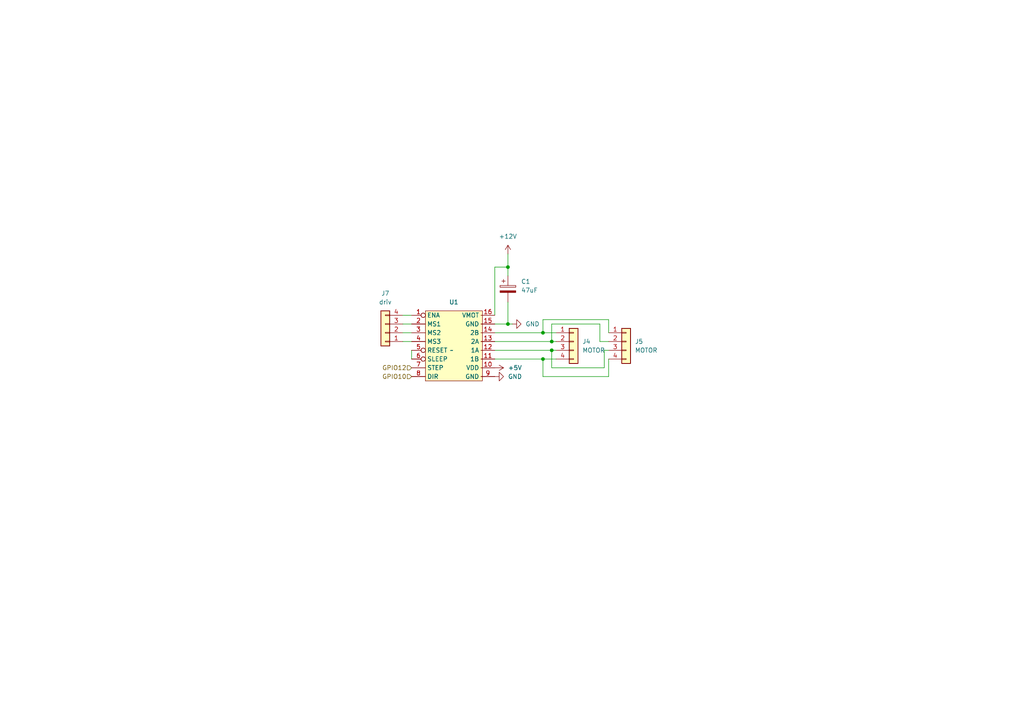
<source format=kicad_sch>
(kicad_sch (version 20230121) (generator eeschema)
  (paper "A4")
  (lib_symbols
    (symbol "Connector_Generic:Conn_01x04" (pin_names (offset 1.016) hide)
      (property "Reference" "J" (at 0 5.08 0))
      (property "Value" "Conn_01x04" (at 0 -7.62 0))
      (symbol "Conn_01x04_1_1"
        (rectangle (start -1.27 -4.953) (end 0 -5.207) (stroke (width 0.1524)))
        (rectangle (start -1.27 -2.413) (end 0 -2.667) (stroke (width 0.1524)))
        (rectangle (start -1.27 0.127) (end 0 -0.127) (stroke (width 0.1524)))
        (rectangle (start -1.27 2.667) (end 0 2.413) (stroke (width 0.1524)))
        (rectangle (start -1.27 3.81) (end 1.27 -6.35) (stroke (width 0.254)) (fill (type background)))
        (pin passive line (at -5.08 2.54 0) (length 3.81) (name "Pin_1") (number "1"))
        (pin passive line (at -5.08 0 0) (length 3.81) (name "Pin_2") (number "2"))
        (pin passive line (at -5.08 -2.54 0) (length 3.81) (name "Pin_3") (number "3"))
        (pin passive line (at -5.08 -5.08 0) (length 3.81) (name "Pin_4") (number "4"))
      )
    )
    (symbol "Device:C_Polarized" (pin_numbers hide) (pin_names (offset 0.254))
      (property "Reference" "C" (at 0.635 2.54 0))
      (property "Value" "C_Polarized" (at 0.635 -2.54 0))
      (symbol "C_Polarized_0_1"
        (rectangle (start -2.286 0.508) (end 2.286 1.016))
        (polyline (pts (xy -1.778 2.286) (xy -0.762 2.286)))
        (polyline (pts (xy -1.27 2.794) (xy -1.27 1.778)))
        (rectangle (start 2.286 -0.508) (end -2.286 -1.016) (fill (type outline)))
      )
      (symbol "C_Polarized_1_1"
        (pin passive line (at 0 3.81 270) (length 2.794) (name "~") (number "1"))
        (pin passive line (at 0 -3.81 90) (length 2.794) (name "~") (number "2"))
      )
    )
    (symbol "nuevos simvolos:A4988"
      (property "Reference" "U" (at 0 -10.16 0))
      (symbol "A4988_1_1"
        (rectangle (start -8.7 11.43) (end 7.81 -8.89) (fill (type background)))
        (pin input inverted (at -12.7 10.16 0) (length 4) (name "ENA") (number "1"))
        (pin input line (at 11.43 -5.08 180) (length 4) (name "VDD") (number "10"))
        (pin input line (at 11.43 -2.54 180) (length 4) (name "1B") (number "11"))
        (pin input line (at 11.43 0 180) (length 4) (name "1A") (number "12"))
        (pin input line (at 11.43 2.54 180) (length 4) (name "2A") (number "13"))
        (pin input line (at 11.43 5.08 180) (length 4) (name "2B") (number "14"))
        (pin input line (at 11.43 7.62 180) (length 4) (name "GND") (number "15"))
        (pin input line (at 11.43 10.16 180) (length 4) (name "VMOT") (number "16"))
        (pin input line (at -12.7 7.62 0) (length 4) (name "MS1") (number "2"))
        (pin input line (at -12.7 5.08 0) (length 4) (name "MS2") (number "3"))
        (pin input line (at -12.7 2.54 0) (length 4) (name "MS3") (number "4"))
        (pin input inverted (at -12.7 0 0) (length 4) (name "RESET") (number "5"))
        (pin input inverted (at -12.7 -2.54 0) (length 4) (name "SLEEP") (number "6"))
        (pin input line (at -12.7 -5.08 0) (length 4) (name "STEP") (number "7"))
        (pin input line (at -12.7 -7.62 0) (length 4) (name "DIR") (number "8"))
        (pin input line (at 11.43 -7.62 180) (length 4) (name "GND") (number "9"))
      )
    )
    (symbol "power:+12V" (power) (pin_names (offset 0))
      (property "Value" "+12V" (at 0 3.556 0))
      (symbol "+12V_0_1"
        (polyline (pts (xy -0.762 1.27) (xy 0 2.54)))
        (polyline (pts (xy 0 0) (xy 0 2.54)))
        (polyline (pts (xy 0 2.54) (xy 0.762 1.27)))
      )
      (symbol "+12V_1_1"
        (pin power_in line (at 0 0 90) (length 0) hide (name "+12V") (number "1"))
      )
    )
    (symbol "power:+5V" (power) (pin_names (offset 0))
      (property "Value" "+5V" (at 0 3.556 0))
      (symbol "+5V_0_1"
        (polyline (pts (xy -0.762 1.27) (xy 0 2.54)))
        (polyline (pts (xy 0 0) (xy 0 2.54)))
        (polyline (pts (xy 0 2.54) (xy 0.762 1.27)))
      )
      (symbol "+5V_1_1"
        (pin power_in line (at 0 0 90) (length 0) hide (name "+5V") (number "1"))
      )
    )
    (symbol "power:GND" (power) (pin_names (offset 0))
      (property "Value" "GND" (at 0 -3.81 0))
      (symbol "GND_0_1"
        (polyline (pts (xy 0 0) (xy 0 -1.27) (xy 1.27 -1.27) (xy 0 -2.54) (xy -1.27 -1.27) (xy 0 -1.27)))
      )
      (symbol "GND_1_1"
        (pin power_in line (at 0 0 270) (length 0) hide (name "GND") (number "1"))
      )
    )
  )
  (junction (at 160.02 99.06))
  (junction (at 157.48 96.52))
  (junction (at 147.32 93.98))
  (junction (at 147.32 77.47))
  (junction (at 160.02 101.6))
  (junction (at 157.48 104.14))
  (wire (pts (xy 175.26 101.6) (xy 175.26 106.68)))
  (wire (pts (xy 147.32 93.98) (xy 143.51 93.98)))
  (wire (pts (xy 161.29 99.06) (xy 160.02 99.06)))
  (wire (pts (xy 176.53 104.14) (xy 176.53 109.22)))
  (wire (pts (xy 176.53 92.71) (xy 157.48 92.71)))
  (wire (pts (xy 119.38 101.6) (xy 119.38 104.14)))
  (wire (pts (xy 176.53 96.52) (xy 176.53 92.71)))
  (wire (pts (xy 175.26 106.68) (xy 160.02 106.68)))
  (wire (pts (xy 143.51 104.14) (xy 157.48 104.14)))
  (wire (pts (xy 116.84 93.98) (xy 119.38 93.98)))
  (wire (pts (xy 157.48 109.22) (xy 157.48 104.14)))
  (wire (pts (xy 147.32 77.47) (xy 147.32 80.01)))
  (wire (pts (xy 160.02 93.98) (xy 160.02 99.06)))
  (wire (pts (xy 148.59 93.98) (xy 147.32 93.98)))
  (wire (pts (xy 143.51 101.6) (xy 160.02 101.6)))
  (wire (pts (xy 143.51 96.52) (xy 157.48 96.52)))
  (wire (pts (xy 176.53 109.22) (xy 157.48 109.22)))
  (wire (pts (xy 116.84 99.06) (xy 119.38 99.06)))
  (wire (pts (xy 143.51 99.06) (xy 160.02 99.06)))
  (wire (pts (xy 173.99 99.06) (xy 173.99 93.98)))
  (wire (pts (xy 176.53 101.6) (xy 175.26 101.6)))
  (wire (pts (xy 176.53 99.06) (xy 173.99 99.06)))
  (wire (pts (xy 143.51 91.44) (xy 143.51 77.47)))
  (wire (pts (xy 147.32 73.66) (xy 147.32 77.47)))
  (wire (pts (xy 143.51 77.47) (xy 147.32 77.47)))
  (wire (pts (xy 157.48 92.71) (xy 157.48 96.52)))
  (wire (pts (xy 161.29 96.52) (xy 157.48 96.52)))
  (wire (pts (xy 173.99 93.98) (xy 160.02 93.98)))
  (wire (pts (xy 116.84 91.44) (xy 119.38 91.44)))
  (wire (pts (xy 160.02 106.68) (xy 160.02 101.6)))
  (wire (pts (xy 116.84 96.52) (xy 119.38 96.52)))
  (wire (pts (xy 161.29 101.6) (xy 160.02 101.6)))
  (wire (pts (xy 147.32 87.63) (xy 147.32 93.98)))
  (wire (pts (xy 161.29 104.14) (xy 157.48 104.14)))
  (hierarchical_label "GPIO12" (shape input) (at 119.38 106.68 180))
  (hierarchical_label "GPIO10" (shape input) (at 119.38 109.22 180))
  (symbol (lib_id "Device:C_Polarized") (at 147.32 83.82 0) (unit 1)
    (property "Reference" "C1" (at 151.13 81.661 0) (effects (justify left)))
    (property "Value" "47uF" (at 151.13 84.201 0) (effects (justify left)))
    (property "Footprint" "Capacitor_THT:CP_Radial_D8.0mm_P5.00mm" (effects hide))
  )
  (symbol (lib_id "power:+12V") (at 147.32 73.66 0) (unit 1)
    (property "Reference" "#PWR09" (effects hide))
    (property "Value" "+12V" (at 147.32 68.58 0))
  )
  (symbol (lib_id "Connector_Generic:Conn_01x04") (at 166.37 99.06 0) (unit 1)
    (property "Reference" "J4" (at 168.91 99.06 0) (effects (justify left)))
    (property "Value" "MOTOR" (at 168.91 101.6 0) (effects (justify left)))
    (property "Footprint" "Connector_PinSocket_2.54mm:PinSocket_1x04_P2.54mm_Vertical" (effects hide))
  )
  (symbol (lib_id "Connector_Generic:Conn_01x04") (at 181.61 99.06 0) (unit 1)
    (property "Reference" "J5" (at 184.15 99.06 0) (effects (justify left)))
    (property "Value" "MOTOR" (at 184.15 101.6 0) (effects (justify left)))
    (property "Footprint" "Connector_PinHeader_2.54mm:PinHeader_1x04_P2.54mm_Vertical" (effects hide))
  )
  (symbol (lib_id "nuevos simvolos:A4988") (at 132.08 101.6 0) (unit 1)
    (property "Reference" "U1" (at 131.635 87.63 0))
    (property "Value" "~" (at 131 101.6 0))
    (property "Footprint" "Module:Pololu_Breakout-16_15.2x20.3mm" (effects hide))
  )
  (symbol (lib_id "power:GND") (at 148.59 93.98 90) (unit 1)
    (property "Reference" "#PWR04" (effects hide))
    (property "Value" "GND" (at 152.4 93.98 90) (effects (justify right)))
    (instances (project "robotica" (path "" (reference "#PWR04") (unit 1)) (path "" (reference "#PWR08") (unit 1))))
  )
  (symbol (lib_id "power:GND") (at 143.51 109.22 90) (unit 1)
    (property "Reference" "#PWR04" (effects hide))
    (property "Value" "GND" (at 147.32 109.22 90) (effects (justify right)))
    (instances (project "robotica" (path "" (reference "#PWR04") (unit 1)) (path "" (reference "#PWR07") (unit 1))))
  )
  (symbol (lib_id "Connector_Generic:Conn_01x04") (at 111.76 96.52 180) (unit 1)
    (property "Reference" "J7" (at 111.76 85.09 0))
    (property "Value" "driv" (at 111.76 87.63 0))
    (property "Footprint" "Connector_PinHeader_2.54mm:PinHeader_1x04_P2.54mm_Vertical" (effects hide))
  )
  (symbol (lib_id "power:+5V") (at 143.51 106.68 270) (unit 1)
    (property "Reference" "#PWR03" (effects hide))
    (property "Value" "+5V" (at 147.32 106.68 90) (effects (justify left)))
    (instances (project "robotica" (path "" (reference "#PWR03") (unit 1)) (path "" (reference "#PWR06") (unit 1))))
  )
)
</source>
